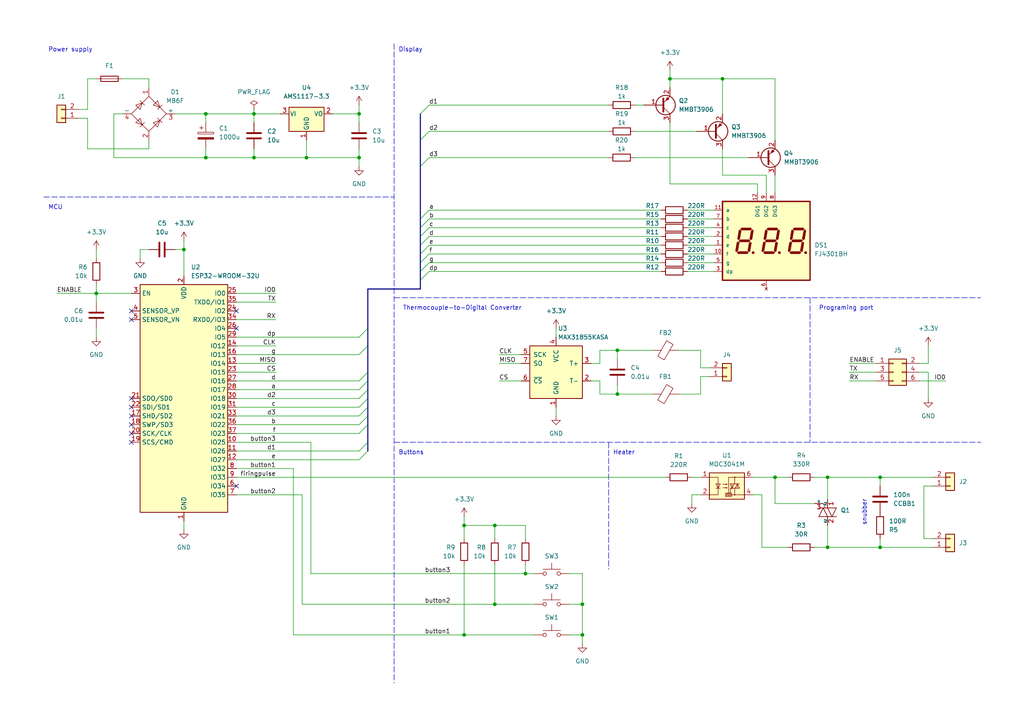
<source format=kicad_sch>
(kicad_sch (version 20231120) (generator "eeschema") (generator_version "8.0")
  (paper "A4")
  (title_block (title "Reflow946") (date "2022-09-23") (rev "1.1") (company "Arnaud Durand"))
  (lib_symbols
    (symbol "Connector_Generic:Conn_01x02" (pin_names (offset 1.016) hide)
      (property "Reference" "J" (at 0 2.54 0))
      (property "Value" "Conn_01x02" (at 0 -5.08 0))
      (symbol "Conn_01x02_1_1"
        (pin passive line (at -5.08 0 0) (length 3.81) (name "Pin_1") (number "1"))
        (pin passive line (at -5.08 -2.54 0) (length 3.81) (name "Pin_2") (number "2"))
      )
    )
    (symbol "Connector_Generic:Conn_02x03_Odd_Even" (pin_names (offset 1.016) hide)
      (property "Reference" "J" (at 1.27 5.08 0))
      (property "Value" "Conn_02x03_Odd_Even" (at 1.27 -5.08 0))
      (symbol "Conn_02x03_Odd_Even_1_1"
        (pin passive line (at -5.08 2.54 0) (length 3.81) (name "Pin_1") (number "1"))
        (pin passive line (at 7.62 2.54 180) (length 3.81) (name "Pin_2") (number "2"))
        (pin passive line (at -5.08 0 0) (length 3.81) (name "Pin_3") (number "3"))
        (pin passive line (at 7.62 0 180) (length 3.81) (name "Pin_4") (number "4"))
        (pin passive line (at -5.08 -2.54 0) (length 3.81) (name "Pin_5") (number "5"))
        (pin passive line (at 7.62 -2.54 180) (length 3.81) (name "Pin_6") (number "6"))
      )
    )
    (symbol "Device:C" (pin_numbers hide) (pin_names (offset 0.254))
      (property "Reference" "C" (at 0.635 2.54 0))
      (property "Value" "C" (at 0.635 -2.54 0))
      (symbol "C_1_1"
        (pin passive line (at 0 3.81 270) (length 2.794) (name "~") (number "1"))
        (pin passive line (at 0 -3.81 90) (length 2.794) (name "~") (number "2"))
      )
    )
    (symbol "Device:C_Polarized" (pin_numbers hide) (pin_names (offset 0.254))
      (property "Reference" "C" (at 0.635 2.54 0))
      (property "Value" "C_Polarized" (at 0.635 -2.54 0))
      (symbol "C_Polarized_1_1"
        (pin passive line (at 0 3.81 270) (length 2.794) (name "~") (number "1"))
        (pin passive line (at 0 -3.81 90) (length 2.794) (name "~") (number "2"))
      )
    )
    (symbol "Device:FerriteBead" (pin_numbers hide) (pin_names (offset 0))
      (property "Reference" "FB" (at -3.81 0.635 90))
      (property "Value" "FerriteBead" (at 3.81 0 90))
      (symbol "FerriteBead_1_1"
        (pin passive line (at 0 3.81 270) (length 2.54) (name "~") (number "1"))
        (pin passive line (at 0 -3.81 90) (length 2.54) (name "~") (number "2"))
      )
    )
    (symbol "Device:Fuse" (pin_numbers hide) (pin_names (offset 0))
      (property "Reference" "F" (at 2.032 0 90))
      (property "Value" "Fuse" (at -1.905 0 90))
      (symbol "Fuse_1_1"
        (pin passive line (at 0 3.81 270) (length 1.27) (name "~") (number "1"))
        (pin passive line (at 0 -3.81 90) (length 1.27) (name "~") (number "2"))
      )
    )
    (symbol "Device:R" (pin_numbers hide) (pin_names (offset 0))
      (property "Reference" "R" (at 2.032 0 90))
      (property "Value" "R" (at 0 0 90))
      (symbol "R_1_1"
        (pin passive line (at 0 3.81 270) (length 1.27) (name "~") (number "1"))
        (pin passive line (at 0 -3.81 90) (length 1.27) (name "~") (number "2"))
      )
    )
    (symbol "RF_Module:ESP32-WROOM-32U"
      (property "Reference" "U" (at -12.7 34.29 0))
      (property "Value" "ESP32-WROOM-32U" (at 1.27 34.29 0))
      (symbol "ESP32-WROOM-32U_1_1"
        (pin power_in line (at 0 -35.56 90) (length 2.54) (name "GND") (number "1"))
        (pin bidirectional line (at 15.24 -12.7 180) (length 2.54) (name "IO25") (number "10"))
        (pin bidirectional line (at 15.24 -15.24 180) (length 2.54) (name "IO26") (number "11"))
        (pin bidirectional line (at 15.24 -17.78 180) (length 2.54) (name "IO27") (number "12"))
        (pin bidirectional line (at 15.24 10.16 180) (length 2.54) (name "IO14") (number "13"))
        (pin bidirectional line (at 15.24 15.24 180) (length 2.54) (name "IO12") (number "14"))
        (pin passive line (at 0 -35.56 90) (length 2.54) hide (name "GND") (number "15"))
        (pin bidirectional line (at 15.24 12.7 180) (length 2.54) (name "IO13") (number "16"))
        (pin bidirectional line (at -15.24 -5.08 0) (length 2.54) (name "SHD/SD2") (number "17"))
        (pin bidirectional line (at -15.24 -7.62 0) (length 2.54) (name "SWP/SD3") (number "18"))
        (pin bidirectional line (at -15.24 -12.7 0) (length 2.54) (name "SCS/CMD") (number "19"))
        (pin power_in line (at 0 35.56 270) (length 2.54) (name "VDD") (number "2"))
        (pin bidirectional line (at -15.24 -10.16 0) (length 2.54) (name "SCK/CLK") (number "20"))
        (pin bidirectional line (at -15.24 0 0) (length 2.54) (name "SDO/SD0") (number "21"))
        (pin bidirectional line (at -15.24 -2.54 0) (length 2.54) (name "SDI/SD1") (number "22"))
        (pin bidirectional line (at 15.24 7.62 180) (length 2.54) (name "IO15") (number "23"))
        (pin bidirectional line (at 15.24 25.4 180) (length 2.54) (name "IO2") (number "24"))
        (pin bidirectional line (at 15.24 30.48 180) (length 2.54) (name "IO0") (number "25"))
        (pin bidirectional line (at 15.24 20.32 180) (length 2.54) (name "IO4") (number "26"))
        (pin bidirectional line (at 15.24 5.08 180) (length 2.54) (name "IO16") (number "27"))
        (pin bidirectional line (at 15.24 2.54 180) (length 2.54) (name "IO17") (number "28"))
        (pin bidirectional line (at 15.24 17.78 180) (length 2.54) (name "IO5") (number "29"))
        (pin input line (at -15.24 30.48 0) (length 2.54) (name "EN") (number "3"))
        (pin bidirectional line (at 15.24 0 180) (length 2.54) (name "IO18") (number "30"))
        (pin bidirectional line (at 15.24 -2.54 180) (length 2.54) (name "IO19") (number "31"))
        (pin no_connect line (at -12.7 -27.94 0) (length 2.54) hide (name "NC") (number "32"))
        (pin bidirectional line (at 15.24 -5.08 180) (length 2.54) (name "IO21") (number "33"))
        (pin bidirectional line (at 15.24 22.86 180) (length 2.54) (name "RXD0/IO3") (number "34"))
        (pin bidirectional line (at 15.24 27.94 180) (length 2.54) (name "TXD0/IO1") (number "35"))
        (pin bidirectional line (at 15.24 -7.62 180) (length 2.54) (name "IO22") (number "36"))
        (pin bidirectional line (at 15.24 -10.16 180) (length 2.54) (name "IO23") (number "37"))
        (pin passive line (at 0 -35.56 90) (length 2.54) hide (name "GND") (number "38"))
        (pin passive line (at 0 -35.56 90) (length 2.54) hide (name "GND") (number "39"))
        (pin input line (at -15.24 25.4 0) (length 2.54) (name "SENSOR_VP") (number "4"))
        (pin input line (at -15.24 22.86 0) (length 2.54) (name "SENSOR_VN") (number "5"))
        (pin input line (at 15.24 -25.4 180) (length 2.54) (name "IO34") (number "6"))
        (pin input line (at 15.24 -27.94 180) (length 2.54) (name "IO35") (number "7"))
        (pin bidirectional line (at 15.24 -20.32 180) (length 2.54) (name "IO32") (number "8"))
        (pin bidirectional line (at 15.24 -22.86 180) (length 2.54) (name "IO33") (number "9"))
      )
    )
    (symbol "Regulator_Linear:AMS1117-3.3" (pin_names (offset 0.254))
      (property "Reference" "U" (at -3.81 3.175 0))
      (property "Value" "AMS1117-3.3" (at 0 3.175 0))
      (symbol "AMS1117-3.3_1_1"
        (pin power_in line (at 0 -7.62 90) (length 2.54) (name "GND") (number "1"))
        (pin power_out line (at 7.62 0 180) (length 2.54) (name "VO") (number "2"))
        (pin power_in line (at -7.62 0 0) (length 2.54) (name "VI") (number "3"))
      )
    )
    (symbol "Relay_SolidState:MOC3041M"
      (property "Reference" "U" (at -5.08 5.08 0))
      (property "Value" "MOC3041M" (at 0 5.08 0))
      (symbol "MOC3041M_0_0"
        (text "ZCD" (at 0.508 -2.54 0) (effects (font (size 0.508 0.508))))
      )
      (symbol "MOC3041M_1_1"
        (pin passive line (at -7.62 2.54 0) (length 2.54) (name "~") (number "1"))
        (pin passive line (at -7.62 -2.54 0) (length 2.54) (name "~") (number "2"))
        (pin no_connect line (at -5.08 0 0) (length 2.54) hide (name "NC") (number "3"))
        (pin passive line (at 7.62 -2.54 180) (length 2.54) (name "~") (number "4"))
        (pin no_connect line (at 5.08 0 180) (length 2.54) hide (name "NC") (number "5"))
        (pin passive line (at 7.62 2.54 180) (length 2.54) (name "~") (number "6"))
      )
    )
    (symbol "Sensor_Temperature:MAX31855KASA" (pin_names (offset 1.016))
      (property "Reference" "U" (at -7.62 8.89 0))
      (property "Value" "MAX31855KASA" (at 1.27 8.89 0))
      (symbol "MAX31855KASA_1_1"
        (pin power_in line (at 0 -10.16 90) (length 2.54) (name "GND") (number "1"))
        (pin passive line (at -10.16 -2.54 0) (length 2.54) (name "T-") (number "2"))
        (pin passive line (at -10.16 2.54 0) (length 2.54) (name "T+") (number "3"))
        (pin power_in line (at 0 10.16 270) (length 2.54) (name "VCC") (number "4"))
        (pin input line (at 10.16 5.08 180) (length 2.54) (name "SCK") (number "5"))
        (pin input line (at 10.16 -2.54 180) (length 2.54) (name "~{CS}") (number "6"))
        (pin tri_state line (at 10.16 2.54 180) (length 2.54) (name "SO") (number "7"))
      )
    )
    (symbol "Switch:SW_Push" (pin_numbers hide) (pin_names (offset 1.016) hide)
      (property "Reference" "SW" (at 1.27 2.54 0))
      (property "Value" "SW_Push" (at 0 -1.524 0))
      (symbol "SW_Push_0_1"
        (pin passive line (at -5.08 0 0) (length 2.54) (name "1") (number "1"))
        (pin passive line (at 5.08 0 180) (length 2.54) (name "2") (number "2"))
      )
    )
    (symbol "Transistor_BJT:MMBT3906" (pin_names (offset 0) hide)
      (property "Reference" "Q" (at 5.08 1.905 0))
      (property "Value" "MMBT3906" (at 5.08 0 0))
      (symbol "MMBT3906_1_1"
        (pin input line (at -5.08 0 0) (length 5.715) (name "B") (number "1"))
        (pin passive line (at 2.54 -5.08 90) (length 2.54) (name "E") (number "2"))
        (pin passive line (at 2.54 5.08 270) (length 2.54) (name "C") (number "3"))
      )
    )
    (symbol "Triac_Thyristor:BTA16-600B" (pin_names (offset 0))
      (property "Reference" "Q" (at 5.08 1.905 0))
      (property "Value" "BTA16-600B" (at 5.08 0 0))
      (symbol "BTA16-600B_1_1"
        (pin passive line (at 0 -3.81 90) (length 2.54) (name "A1") (number "1"))
        (pin passive line (at 0 3.81 270) (length 2.54) (name "A2") (number "2"))
        (pin input line (at -3.81 -2.54 0) (length 2.54) (name "G") (number "3"))
      )
    )
    (symbol "power:+3.3V" (power) (pin_names (offset 0))
      (property "Value" "+3.3V" (at 0 3.556 0))
      (symbol "+3.3V_1_1"
        (pin power_in line (at 0 0 90) (length 0) hide (name "+3.3V") (number "1"))
      )
    )
    (symbol "power:GND" (power) (pin_names (offset 0))
      (property "Value" "GND" (at 0 -3.81 0))
      (symbol "GND_1_1"
        (pin power_in line (at 0 0 270) (length 0) hide (name "GND") (number "1"))
      )
    )
    (symbol "power:PWR_FLAG" (power) (pin_numbers hide) (pin_names (offset 0) hide)
      (property "Value" "PWR_FLAG" (at 0 3.81 0))
      (symbol "PWR_FLAG_0_0"
        (pin power_out line (at 0 0 90) (length 0) (name "pwr") (number "1"))
      )
    )
    (symbol "reflow946:FJ4301BH" (pin_names (offset 1.016))
      (property "Reference" "DS" (at 13.97 8.89 0))
      (symbol "FJ4301BH_0_0"
        (pin passive line (at -15.24 -1.27 0) (length 2.54) (name "e") (number "1"))
        (pin passive line (at -15.24 -3.81 0) (length 2.54) (name "f") (number "10"))
        (pin passive line (at -15.24 8.89 0) (length 2.54) (name "a") (number "11"))
        (pin passive line (at -2.54 13.97 270) (length 2.54) (name "DIG1") (number "12"))
        (pin passive line (at -15.24 1.27 0) (length 2.54) (name "d") (number "2"))
        (pin passive line (at -15.24 -8.89 0) (length 2.54) (name "dp") (number "3"))
        (pin passive line (at -15.24 3.81 0) (length 2.54) (name "c") (number "4"))
        (pin passive line (at -15.24 -6.35 0) (length 2.54) (name "g") (number "5"))
        (pin no_connect line (at 0 -13.97 90) (length 2.54) (name "~") (number "6"))
        (pin passive line (at -15.24 6.35 0) (length 2.54) (name "b") (number "7"))
        (pin passive line (at 2.54 13.97 270) (length 2.54) (name "DIG3") (number "8"))
        (pin passive line (at 0 13.97 270) (length 2.54) (name "DIG2") (number "9"))
      )
    )
    (symbol "reflow946:MB6F" (pin_names (offset 0))
      (property "Reference" "D" (at 2.54 6.985 0))
      (property "Value" "MB6F" (at 2.54 5.08 0))
      (symbol "MB6F_1_1"
        (pin passive line (at 0 -7.62 90) (length 2.54) (name "~") (number "1"))
        (pin passive line (at 0 7.62 270) (length 2.54) (name "~") (number "2"))
        (pin passive line (at 7.62 0 180) (length 2.54) (name "+") (number "3"))
        (pin passive line (at -7.62 0 0) (length 2.54) (name "-") (number "4"))
      )
    )
  )
  (junction (at 134.62 184.15))
  (junction (at 134.62 152.4))
  (junction (at 73.66 33.02))
  (junction (at 143.51 175.26))
  (junction (at 179.07 101.6))
  (junction (at 53.34 72.39))
  (junction (at 255.27 158.75))
  (junction (at 224.79 138.43))
  (junction (at 59.69 45.72))
  (junction (at 240.03 158.75))
  (junction (at 88.9 45.72))
  (junction (at 104.14 45.72))
  (junction (at 27.94 85.09))
  (junction (at 152.4 166.37))
  (junction (at 209.55 22.86))
  (junction (at 104.14 33.02))
  (junction (at 168.91 175.26))
  (junction (at 194.31 22.86))
  (junction (at 143.51 152.4))
  (junction (at 179.07 114.3))
  (junction (at 59.69 33.02))
  (junction (at 168.91 184.15))
  (junction (at 73.66 45.72))
  (junction (at 240.03 138.43))
  (junction (at 255.27 138.43))
  (no_connect (at 68.58 90.17))
  (no_connect (at 68.58 95.25))
  (no_connect (at 68.58 140.97))
  (no_connect (at 38.1 120.65))
  (no_connect (at 38.1 128.27))
  (no_connect (at 38.1 125.73))
  (no_connect (at 38.1 115.57))
  (no_connect (at 38.1 123.19))
  (no_connect (at 38.1 118.11))
  (no_connect (at 38.1 90.17))
  (no_connect (at 38.1 92.71))
  (bus_entry (at 124.46 71.12) (size -2.54 2.54))
  (bus_entry (at 104.14 115.57) (size 2.54 -2.54))
  (bus_entry (at 104.14 97.79) (size 2.54 -2.54))
  (bus_entry (at 104.14 125.73) (size 2.54 -2.54))
  (bus_entry (at 104.14 110.49) (size 2.54 -2.54))
  (bus_entry (at 124.46 38.1) (size -2.54 2.54))
  (bus_entry (at 124.46 68.58) (size -2.54 2.54))
  (bus_entry (at 124.46 78.74) (size -2.54 2.54))
  (bus_entry (at 104.14 133.35) (size 2.54 -2.54))
  (bus_entry (at 124.46 45.72) (size -2.54 2.54))
  (bus_entry (at 124.46 76.2) (size -2.54 2.54))
  (bus_entry (at 124.46 30.48) (size -2.54 2.54))
  (bus_entry (at 104.14 113.03) (size 2.54 -2.54))
  (bus_entry (at 104.14 118.11) (size 2.54 -2.54))
  (bus_entry (at 124.46 63.5) (size -2.54 2.54))
  (bus_entry (at 104.14 120.65) (size 2.54 -2.54))
  (bus_entry (at 104.14 123.19) (size 2.54 -2.54))
  (bus_entry (at 124.46 66.04) (size -2.54 2.54))
  (bus_entry (at 104.14 102.87) (size 2.54 -2.54))
  (bus_entry (at 104.14 130.81) (size 2.54 -2.54))
  (bus_entry (at 124.46 60.96) (size -2.54 2.54))
  (bus_entry (at 124.46 73.66) (size -2.54 2.54))
  (bus (pts (xy 121.92 76.2) (xy 121.92 78.74)))
  (bus (pts (xy 106.68 123.19) (xy 106.68 128.27)))
  (wire (pts (xy 255.27 138.43) (xy 255.27 140.97)))
  (polyline (pts (xy 114.3 128.27) (xy 284.48 128.27)) (stroke (width 0) (type dash)))
  (wire (pts (xy 205.74 106.68) (xy 203.2 106.68)))
  (wire (pts (xy 179.07 101.6) (xy 189.23 101.6)))
  (wire (pts (xy 267.97 156.21) (xy 270.51 156.21)))
  (wire (pts (xy 200.66 143.51) (xy 200.66 146.05)))
  (wire (pts (xy 224.79 50.8) (xy 224.79 55.88)))
  (bus (pts (xy 106.68 115.57) (xy 106.68 118.11)))
  (wire (pts (xy 27.94 72.39) (xy 27.94 74.93)))
  (bus (pts (xy 106.68 83.82) (xy 106.68 95.25)))
  (wire (pts (xy 68.58 128.27) (xy 90.17 128.27)))
  (wire (pts (xy 124.46 71.12) (xy 191.77 71.12)))
  (wire (pts (xy 134.62 184.15) (xy 85.09 184.15)))
  (wire (pts (xy 40.64 72.39) (xy 43.18 72.39)))
  (wire (pts (xy 27.94 82.55) (xy 27.94 85.09)))
  (wire (pts (xy 196.85 114.3) (xy 203.2 114.3)))
  (wire (pts (xy 224.79 146.05) (xy 236.22 146.05)))
  (wire (pts (xy 25.4 43.18) (xy 43.18 43.18)))
  (wire (pts (xy 85.09 135.89) (xy 85.09 184.15)))
  (wire (pts (xy 152.4 166.37) (xy 152.4 163.83)))
  (wire (pts (xy 168.91 175.26) (xy 168.91 184.15)))
  (wire (pts (xy 124.46 73.66) (xy 191.77 73.66)))
  (wire (pts (xy 143.51 152.4) (xy 143.51 156.21)))
  (wire (pts (xy 87.63 175.26) (xy 87.63 143.51)))
  (wire (pts (xy 104.14 35.56) (xy 104.14 33.02)))
  (wire (pts (xy 199.39 68.58) (xy 207.01 68.58)))
  (wire (pts (xy 184.15 30.48) (xy 186.69 30.48)))
  (polyline (pts (xy 234.95 86.36) (xy 234.95 128.27)) (stroke (width 0) (type dash)))
  (wire (pts (xy 53.34 72.39) (xy 53.34 80.01)))
  (wire (pts (xy 203.2 106.68) (xy 203.2 101.6)))
  (wire (pts (xy 68.58 135.89) (xy 85.09 135.89)))
  (polyline (pts (xy 114.3 86.36) (xy 284.48 86.36)) (stroke (width 0) (type dash)))
  (wire (pts (xy 134.62 149.86) (xy 134.62 152.4)))
  (wire (pts (xy 199.39 78.74) (xy 207.01 78.74)))
  (wire (pts (xy 124.46 78.74) (xy 191.77 78.74)))
  (wire (pts (xy 104.14 45.72) (xy 88.9 45.72)))
  (bus (pts (xy 121.92 83.82) (xy 121.92 81.28)))
  (wire (pts (xy 269.24 107.95) (xy 269.24 115.57)))
  (wire (pts (xy 266.7 110.49) (xy 274.32 110.49)))
  (wire (pts (xy 267.97 156.21) (xy 267.97 140.97)))
  (wire (pts (xy 68.58 133.35) (xy 104.14 133.35)))
  (wire (pts (xy 184.15 38.1) (xy 201.93 38.1)))
  (wire (pts (xy 27.94 85.09) (xy 27.94 87.63)))
  (wire (pts (xy 68.58 123.19) (xy 104.14 123.19)))
  (wire (pts (xy 143.51 152.4) (xy 134.62 152.4)))
  (wire (pts (xy 236.22 138.43) (xy 240.03 138.43)))
  (bus (pts (xy 121.92 71.12) (xy 121.92 73.66)))
  (bus (pts (xy 106.68 95.25) (xy 106.68 100.33)))
  (wire (pts (xy 199.39 63.5) (xy 207.01 63.5)))
  (wire (pts (xy 104.14 45.72) (xy 104.14 48.26)))
  (wire (pts (xy 255.27 158.75) (xy 270.51 158.75)))
  (wire (pts (xy 59.69 35.56) (xy 59.69 33.02)))
  (wire (pts (xy 219.71 53.34) (xy 219.71 55.88)))
  (wire (pts (xy 154.94 184.15) (xy 134.62 184.15)))
  (polyline (pts (xy 114.3 12.7) (xy 114.3 198.12)) (stroke (width 0) (type dash)))
  (wire (pts (xy 68.58 130.81) (xy 104.14 130.81)))
  (wire (pts (xy 68.58 143.51) (xy 87.63 143.51)))
  (wire (pts (xy 165.1 166.37) (xy 168.91 166.37)))
  (wire (pts (xy 68.58 102.87) (xy 104.14 102.87)))
  (wire (pts (xy 43.18 22.86) (xy 43.18 25.4)))
  (wire (pts (xy 179.07 111.76) (xy 179.07 114.3)))
  (wire (pts (xy 124.46 38.1) (xy 176.53 38.1)))
  (bus (pts (xy 121.92 78.74) (xy 121.92 81.28)))
  (wire (pts (xy 124.46 76.2) (xy 191.77 76.2)))
  (wire (pts (xy 68.58 105.41) (xy 80.01 105.41)))
  (wire (pts (xy 222.25 50.8) (xy 222.25 55.88)))
  (wire (pts (xy 179.07 101.6) (xy 179.07 104.14)))
  (wire (pts (xy 154.94 175.26) (xy 143.51 175.26)))
  (wire (pts (xy 40.64 74.93) (xy 40.64 72.39)))
  (wire (pts (xy 33.02 45.72) (xy 59.69 45.72)))
  (wire (pts (xy 124.46 68.58) (xy 191.77 68.58)))
  (wire (pts (xy 104.14 30.48) (xy 104.14 33.02)))
  (wire (pts (xy 35.56 33.02) (xy 33.02 33.02)))
  (wire (pts (xy 224.79 138.43) (xy 224.79 146.05)))
  (wire (pts (xy 196.85 101.6) (xy 203.2 101.6)))
  (wire (pts (xy 266.7 107.95) (xy 269.24 107.95)))
  (wire (pts (xy 161.29 95.25) (xy 161.29 97.79)))
  (wire (pts (xy 199.39 73.66) (xy 207.01 73.66)))
  (wire (pts (xy 209.55 43.18) (xy 209.55 50.8)))
  (wire (pts (xy 27.94 95.25) (xy 27.94 97.79)))
  (bus (pts (xy 121.92 33.02) (xy 121.92 40.64)))
  (wire (pts (xy 50.8 72.39) (xy 53.34 72.39)))
  (wire (pts (xy 68.58 87.63) (xy 80.01 87.63)))
  (wire (pts (xy 73.66 33.02) (xy 73.66 35.56)))
  (polyline (pts (xy 12.7 57.15) (xy 114.3 57.15)) (stroke (width 0) (type dash)))
  (wire (pts (xy 168.91 166.37) (xy 168.91 175.26)))
  (wire (pts (xy 246.38 105.41) (xy 254 105.41)))
  (wire (pts (xy 218.44 138.43) (xy 224.79 138.43)))
  (wire (pts (xy 220.98 158.75) (xy 228.6 158.75)))
  (wire (pts (xy 144.78 105.41) (xy 151.13 105.41)))
  (wire (pts (xy 81.28 33.02) (xy 73.66 33.02)))
  (wire (pts (xy 203.2 109.22) (xy 203.2 114.3)))
  (wire (pts (xy 59.69 43.18) (xy 59.69 45.72)))
  (wire (pts (xy 228.6 138.43) (xy 224.79 138.43)))
  (wire (pts (xy 199.39 76.2) (xy 207.01 76.2)))
  (wire (pts (xy 68.58 107.95) (xy 80.01 107.95)))
  (wire (pts (xy 173.99 101.6) (xy 179.07 101.6)))
  (wire (pts (xy 236.22 158.75) (xy 240.03 158.75)))
  (bus (pts (xy 106.68 100.33) (xy 106.68 107.95)))
  (wire (pts (xy 68.58 92.71) (xy 80.01 92.71)))
  (wire (pts (xy 73.66 31.75) (xy 73.66 33.02)))
  (wire (pts (xy 154.94 166.37) (xy 152.4 166.37)))
  (wire (pts (xy 144.78 110.49) (xy 151.13 110.49)))
  (wire (pts (xy 25.4 22.86) (xy 27.94 22.86)))
  (wire (pts (xy 194.31 35.56) (xy 194.31 53.34)))
  (wire (pts (xy 68.58 97.79) (xy 104.14 97.79)))
  (wire (pts (xy 205.74 109.22) (xy 203.2 109.22)))
  (wire (pts (xy 267.97 140.97) (xy 270.51 140.97)))
  (wire (pts (xy 22.86 31.75) (xy 25.4 31.75)))
  (wire (pts (xy 25.4 31.75) (xy 25.4 22.86)))
  (wire (pts (xy 209.55 22.86) (xy 194.31 22.86)))
  (wire (pts (xy 53.34 151.13) (xy 53.34 153.67)))
  (bus (pts (xy 121.92 48.26) (xy 121.92 63.5)))
  (wire (pts (xy 134.62 156.21) (xy 134.62 152.4)))
  (bus (pts (xy 121.92 66.04) (xy 121.92 68.58)))
  (wire (pts (xy 59.69 33.02) (xy 73.66 33.02)))
  (wire (pts (xy 224.79 40.64) (xy 224.79 22.86)))
  (wire (pts (xy 22.86 34.29) (xy 25.4 34.29)))
  (bus (pts (xy 106.68 83.82) (xy 121.92 83.82)))
  (wire (pts (xy 240.03 152.4) (xy 240.03 158.75)))
  (wire (pts (xy 35.56 22.86) (xy 43.18 22.86)))
  (wire (pts (xy 194.31 22.86) (xy 194.31 25.4)))
  (bus (pts (xy 106.68 113.03) (xy 106.68 115.57)))
  (wire (pts (xy 173.99 105.41) (xy 173.99 101.6)))
  (wire (pts (xy 168.91 175.26) (xy 165.1 175.26)))
  (wire (pts (xy 152.4 156.21) (xy 152.4 152.4)))
  (bus (pts (xy 106.68 118.11) (xy 106.68 120.65)))
  (wire (pts (xy 25.4 34.29) (xy 25.4 43.18)))
  (wire (pts (xy 269.24 105.41) (xy 266.7 105.41)))
  (bus (pts (xy 121.92 40.64) (xy 121.92 48.26)))
  (bus (pts (xy 121.92 73.66) (xy 121.92 76.2)))
  (wire (pts (xy 199.39 60.96) (xy 207.01 60.96)))
  (wire (pts (xy 173.99 110.49) (xy 173.99 114.3)))
  (wire (pts (xy 173.99 114.3) (xy 179.07 114.3)))
  (wire (pts (xy 104.14 43.18) (xy 104.14 45.72)))
  (wire (pts (xy 246.38 107.95) (xy 254 107.95)))
  (wire (pts (xy 16.51 85.09) (xy 27.94 85.09)))
  (wire (pts (xy 124.46 66.04) (xy 191.77 66.04)))
  (wire (pts (xy 194.31 53.34) (xy 219.71 53.34)))
  (wire (pts (xy 179.07 114.3) (xy 189.23 114.3)))
  (wire (pts (xy 143.51 175.26) (xy 87.63 175.26)))
  (wire (pts (xy 171.45 105.41) (xy 173.99 105.41)))
  (wire (pts (xy 90.17 166.37) (xy 90.17 128.27)))
  (wire (pts (xy 199.39 71.12) (xy 207.01 71.12)))
  (wire (pts (xy 68.58 110.49) (xy 104.14 110.49)))
  (wire (pts (xy 68.58 115.57) (xy 104.14 115.57)))
  (wire (pts (xy 68.58 100.33) (xy 80.01 100.33)))
  (wire (pts (xy 209.55 50.8) (xy 222.25 50.8)))
  (wire (pts (xy 124.46 60.96) (xy 191.77 60.96)))
  (wire (pts (xy 218.44 143.51) (xy 220.98 143.51)))
  (wire (pts (xy 203.2 143.51) (xy 200.66 143.51)))
  (wire (pts (xy 161.29 118.11) (xy 161.29 120.65)))
  (wire (pts (xy 88.9 45.72) (xy 88.9 40.64)))
  (wire (pts (xy 152.4 152.4) (xy 143.51 152.4)))
  (wire (pts (xy 168.91 184.15) (xy 168.91 186.69)))
  (wire (pts (xy 240.03 144.78) (xy 240.03 138.43)))
  (wire (pts (xy 199.39 66.04) (xy 207.01 66.04)))
  (wire (pts (xy 68.58 85.09) (xy 80.01 85.09)))
  (wire (pts (xy 68.58 125.73) (xy 104.14 125.73)))
  (wire (pts (xy 255.27 158.75) (xy 255.27 156.21)))
  (wire (pts (xy 224.79 22.86) (xy 209.55 22.86)))
  (wire (pts (xy 269.24 100.33) (xy 269.24 105.41)))
  (bus (pts (xy 121.92 63.5) (xy 121.92 66.04)))
  (wire (pts (xy 200.66 138.43) (xy 203.2 138.43)))
  (wire (pts (xy 124.46 45.72) (xy 176.4766 45.72)))
  (wire (pts (xy 255.27 138.43) (xy 270.51 138.43)))
  (wire (pts (xy 124.46 30.48) (xy 176.53 30.48)))
  (wire (pts (xy 144.78 102.87) (xy 151.13 102.87)))
  (wire (pts (xy 43.18 43.18) (xy 43.18 40.64)))
  (bus (pts (xy 106.68 107.95) (xy 106.68 110.49)))
  (wire (pts (xy 68.58 113.03) (xy 104.14 113.03)))
  (wire (pts (xy 220.98 143.51) (xy 220.98 158.75)))
  (wire (pts (xy 104.14 33.02) (xy 96.52 33.02)))
  (wire (pts (xy 59.69 45.72) (xy 73.66 45.72)))
  (wire (pts (xy 194.31 20.32) (xy 194.31 22.86)))
  (wire (pts (xy 240.03 138.43) (xy 255.27 138.43)))
  (wire (pts (xy 68.58 138.43) (xy 193.04 138.43)))
  (wire (pts (xy 134.62 184.15) (xy 134.62 163.83)))
  (wire (pts (xy 171.45 110.49) (xy 173.99 110.49)))
  (wire (pts (xy 27.94 85.09) (xy 38.1 85.09)))
  (wire (pts (xy 124.46 63.5) (xy 191.77 63.5)))
  (wire (pts (xy 168.91 184.15) (xy 165.1 184.15)))
  (wire (pts (xy 68.58 120.65) (xy 104.14 120.65)))
  (wire (pts (xy 73.66 45.72) (xy 88.9 45.72)))
  (wire (pts (xy 68.58 118.11) (xy 104.14 118.11)))
  (bus (pts (xy 106.68 110.49) (xy 106.68 113.03)))
  (wire (pts (xy 240.03 158.75) (xy 255.27 158.75)))
  (wire (pts (xy 73.66 43.18) (xy 73.66 45.72)))
  (wire (pts (xy 184.0966 45.72) (xy 217.17 45.72)))
  (polyline (pts (xy 176.53 128.27) (xy 176.53 165.1)) (stroke (width 0) (type dash)))
  (wire (pts (xy 246.38 110.49) (xy 254 110.49)))
  (wire (pts (xy 209.55 33.02) (xy 209.55 22.86)))
  (wire (pts (xy 90.17 166.37) (xy 152.4 166.37)))
  (wire (pts (xy 50.8 33.02) (xy 59.69 33.02)))
  (wire (pts (xy 33.02 33.02) (xy 33.02 45.72)))
  (wire (pts (xy 53.34 69.85) (xy 53.34 72.39)))
  (wire (pts (xy 143.51 163.83) (xy 143.51 175.26)))
  (bus (pts (xy 106.68 128.27) (xy 106.68 130.81)))
  (bus (pts (xy 121.92 68.58) (xy 121.92 71.12)))
  (bus (pts (xy 106.68 120.65) (xy 106.68 123.19)))
  (text "Power supply" (at 13.97 15.24 0) (effects (font (size 1.27 1.27)) (justify left bottom)))
  (text "Programing port" (at 237.49 90.17 0) (effects (font (size 1.27 1.27)) (justify left bottom)))
  (text "Thermocouple-to-Digital Converter" (at 116.84 90.17 0) (effects (font (size 1.27 1.27)) (justify left bottom)))
  (text "snubber" (at 251.46 144.78 90) (effects (font (size 1.27 1.27)) (justify right bottom)))
  (text "MCU" (at 13.97 60.96 0) (effects (font (size 1.27 1.27)) (justify left bottom)))
  (text "Heater" (at 177.8 132.08 0) (effects (font (size 1.27 1.27)) (justify left bottom)))
  (text "Display" (at 115.57 15.24 0) (effects (font (size 1.27 1.27)) (justify left bottom)))
  (text "Buttons" (at 115.57 132.08 0) (effects (font (size 1.27 1.27)) (justify left bottom)))
  (label "d" (at 80.01 110.49 180))
  (label "CLK" (at 144.78 102.87 0))
  (label "dp" (at 77.47 97.79 0))
  (label "d3" (at 124.46 45.72 0))
  (label "button3" (at 123.19 166.37 0))
  (label "button2" (at 80.01 143.51 180))
  (label "c" (at 80.01 118.11 180))
  (label "c" (at 124.46 66.04 0))
  (label "a" (at 124.46 60.96 0))
  (label "TX" (at 246.38 107.95 0))
  (label "CS" (at 80.01 107.95 180))
  (label "RX" (at 80.01 92.71 180))
  (label "ENABLE" (at 246.38 105.41 0))
  (label "e" (at 124.46 71.12 0))
  (label "ENABLE" (at 16.51 85.09 0))
  (label "firingpulse" (at 80.01 138.43 180))
  (label "d" (at 124.46 68.58 0))
  (label "dp" (at 124.46 78.74 0))
  (label "g" (at 80.01 102.87 180))
  (label "IO0" (at 80.01 85.09 180))
  (label "button1" (at 123.19 184.15 0))
  (label "d1" (at 124.46 30.48 0))
  (label "CS" (at 144.78 110.49 0))
  (label "CLK" (at 80.01 100.33 180))
  (label "MISO" (at 80.01 105.41 180))
  (label "d3" (at 80.01 120.65 180))
  (label "button3" (at 80.01 128.27 180))
  (label "f" (at 80.01 125.73 180))
  (label "MISO" (at 144.78 105.41 0))
  (label "a" (at 80.01 113.03 180))
  (label "d2" (at 80.01 115.57 180))
  (label "IO0" (at 274.32 110.49 180))
  (label "f" (at 124.46 73.66 0))
  (label "TX" (at 80.01 87.63 180))
  (label "button2" (at 123.19 175.26 0))
  (label "d2" (at 124.46 38.1 0))
  (label "RX" (at 246.38 110.49 0))
  (label "b" (at 80.01 123.19 180))
  (label "b" (at 124.46 63.5 0))
  (label "e" (at 80.01 133.35 180))
  (label "button1" (at 80.01 135.89 180))
  (label "d1" (at 80.01 130.81 180))
  (label "g" (at 124.46 76.2 0))
  (symbol (lib_id "Device:C") (at 46.99 72.39 90) (unit 1)
    (property "Reference" "C5" (at 46.99 64.77 90))
    (property "Value" "10u" (at 46.99 67.31 90))
    (property "Footprint" "Capacitor_SMD:C_0805_2012Metric_Pad1.18x1.45mm_HandSolder" (effects (hide yes)))
  )
  (symbol (lib_id "Regulator_Linear:AMS1117-3.3") (at 88.9 33.02 0) (unit 1)
    (property "Reference" "U4" (at 88.9 25.4 0))
    (property "Value" "AMS1117-3.3" (at 88.9 27.94 0))
    (property "Footprint" "Package_TO_SOT_SMD:SOT-223-3_TabPin2" (effects (hide yes)))
    (property "Datasheet" "http://www.advanced-monolithic.com/pdf/ds1117.pdf" (effects (hide yes)))
    (property "LCSC Part #" "C6186" (effects (hide yes)))
    (property "Part Number" "AMS1117-3.3" (effects (hide yes)))
  )
  (symbol (lib_id "power:GND") (at 104.14 48.26 0) (unit 1)
    (property "Reference" "#PWR0104" (effects (hide yes)))
    (property "Value" "GND" (at 104.14 53.34 0))
  )
  (symbol (lib_id "Device:R") (at 134.62 160.02 0) (mirror x) (unit 1)
    (property "Reference" "R9" (at 132.08 158.7499 0) (effects (justify right)))
    (property "Value" "10k" (at 132.08 161.2899 0) (effects (justify right)))
    (property "Footprint" "Resistor_SMD:R_0603_1608Metric_Pad0.98x0.95mm_HandSolder" (effects (hide yes)))
  )
  (symbol (lib_id "Device:R") (at 195.58 63.5 90) (unit 1)
    (property "Reference" "R15" (at 189.23 62.23 90))
    (property "Value" "220R" (at 201.93 62.23 90))
    (property "Footprint" "Resistor_SMD:R_0603_1608Metric_Pad0.98x0.95mm_HandSolder" (effects (hide yes)))
  )
  (symbol (lib_id "power:+3.3V") (at 194.31 20.32 0) (unit 1)
    (property "Reference" "#PWR0115" (effects (hide yes)))
    (property "Value" "+3.3V" (at 194.31 15.24 0))
  )
  (symbol (lib_id "reflow946:FJ4301BH") (at 222.25 69.85 0) (unit 1)
    (property "Reference" "DS1" (at 236.22 71.1199 0) (effects (justify left)))
    (property "Value" "FJ4301BH" (at 236.22 73.6599 0) (effects (justify left)))
    (property "Footprint" "reflow946:FJ4301BH" (effects (hide yes)))
    (property "LCSC Part #" "C10706" (effects (hide yes)))
    (property "Part Number" "C10706" (effects (hide yes)))
  )
  (symbol (lib_id "Device:R") (at 195.58 76.2 90) (unit 1)
    (property "Reference" "R14" (at 189.23 74.93 90))
    (property "Value" "220R" (at 201.93 74.93 90))
    (property "Footprint" "Resistor_SMD:R_0603_1608Metric_Pad0.98x0.95mm_HandSolder" (effects (hide yes)))
  )
  (symbol (lib_id "Sensor_Temperature:MAX31855KASA") (at 161.29 107.95 0) (mirror y) (unit 1)
    (property "Reference" "U3" (at 161.8106 95.25 0) (effects (justify right)))
    (property "Value" "MAX31855KASA" (at 161.8106 97.79 0) (effects (justify right)))
    (property "Footprint" "Package_SO:SOIC-8_3.9x4.9mm_P1.27mm" (effects (hide yes)))
    (property "Datasheet" "http://datasheets.maximintegrated.com/en/ds/MAX31855.pdf" (effects (hide yes)))
    (property "LCSC Part #" "C52028" (effects (hide yes)))
    (property "Part Number" "MAX31855KASA+T" (effects (hide yes)))
  )
  (symbol (lib_id "Device:C") (at 73.66 39.37 0) (unit 1)
    (property "Reference" "C2" (at 77.47 38.0999 0) (effects (justify left)))
    (property "Value" "10u" (at 77.47 40.6399 0) (effects (justify left)))
    (property "Footprint" "Capacitor_SMD:C_0805_2012Metric_Pad1.18x1.45mm_HandSolder" (effects (hide yes)))
  )
  (symbol (lib_id "Connector_Generic:Conn_01x02") (at 210.82 109.22 0) (mirror x) (unit 1)
    (property "Reference" "J4" (at 210.82 102.87 0))
    (property "Value" "XH-A2" (effects (hide yes)))
    (property "Footprint" "reflow946:CONN-TH_XH-2A" (effects (hide yes)))
    (property "LCSC Part #" "C20079" (effects (hide yes)))
    (property "Part Number" "XH-2A" (effects (hide yes)))
  )
  (symbol (lib_id "Device:R") (at 180.34 38.1 90) (unit 1)
    (property "Reference" "R19" (at 180.34 33.02 90))
    (property "Value" "1k" (at 180.34 35.56 90))
    (property "Footprint" "Resistor_SMD:R_0603_1608Metric_Pad0.98x0.95mm_HandSolder" (effects (hide yes)))
  )
  (symbol (lib_id "power:GND") (at 40.64 74.93 0) (unit 1)
    (property "Reference" "#PWR0108" (effects (hide yes)))
    (property "Value" "GND" (at 40.64 80.01 0))
  )
  (symbol (lib_id "power:GND") (at 200.66 146.05 0) (unit 1)
    (property "Reference" "#PWR0105" (effects (hide yes)))
    (property "Value" "GND" (at 200.66 151.13 0))
  )
  (symbol (lib_id "power:+3.3V") (at 104.14 30.48 0) (unit 1)
    (property "Reference" "#PWR0103" (effects (hide yes)))
    (property "Value" "+3.3V" (at 104.14 25.4 0))
  )
  (symbol (lib_id "Device:R") (at 143.51 160.02 0) (mirror x) (unit 1)
    (property "Reference" "R8" (at 140.97 158.7499 0) (effects (justify right)))
    (property "Value" "10k" (at 140.97 161.2899 0) (effects (justify right)))
    (property "Footprint" "Resistor_SMD:R_0603_1608Metric_Pad0.98x0.95mm_HandSolder" (effects (hide yes)))
  )
  (symbol (lib_id "Device:R") (at 196.85 138.43 90) (unit 1)
    (property "Reference" "R1" (at 196.85 132.2376 90))
    (property "Value" "220R" (at 196.85 134.7776 90))
    (property "Footprint" "Resistor_SMD:R_0603_1608Metric_Pad0.98x0.95mm_HandSolder" (effects (hide yes)))
  )
  (symbol (lib_id "Device:FerriteBead") (at 193.04 114.3 90) (unit 1)
    (property "Reference" "FB1" (at 192.9892 109.22 90))
    (property "Value" "FerriteBead" (effects (hide yes)))
    (property "Footprint" "Resistor_SMD:R_0603_1608Metric_Pad0.98x0.95mm_HandSolder" (effects (hide yes)))
  )
  (symbol (lib_id "Device:C") (at 255.27 144.78 0) (mirror x) (unit 1)
    (property "Reference" "CCBB1" (at 259.08 146.0501 0) (effects (justify left)))
    (property "Value" "100n" (at 259.08 143.5101 0) (effects (justify left)))
    (property "Footprint" "Capacitor_THT:C_Rect_L13.0mm_W6.0mm_P10.00mm_FKS3_FKP3_MKS4" (effects (hide yes)))
    (property "LCSC Part #" "C105712" (effects (hide yes)))
    (property "Part Number" "MP1104K44C3R6LC" (effects (hide yes)))
  )
  (symbol (lib_id "Device:Fuse") (at 31.75 22.86 90) (unit 1)
    (property "Reference" "F1" (at 31.75 19.05 90))
    (property "Value" "SMD0805-020-16V" (effects (hide yes)))
    (property "Footprint" "Fuse:Fuse_0805_2012Metric_Pad1.15x1.40mm_HandSolder" (effects (hide yes)))
    (property "LCSC Part #" "C70057" (effects (hide yes)))
    (property "Part Number" "SMD0805-020-16V" (effects (hide yes)))
  )
  (symbol (lib_id "Device:R") (at 180.34 30.48 90) (unit 1)
    (property "Reference" "R18" (at 180.34 25.4 90))
    (property "Value" "1k" (at 180.34 27.94 90))
    (property "Footprint" "Resistor_SMD:R_0603_1608Metric_Pad0.98x0.95mm_HandSolder" (effects (hide yes)))
  )
  (symbol (lib_id "Device:R") (at 195.58 78.74 90) (unit 1)
    (property "Reference" "R12" (at 189.23 77.47 90))
    (property "Value" "220R" (at 201.93 77.47 90))
    (property "Footprint" "Resistor_SMD:R_0603_1608Metric_Pad0.98x0.95mm_HandSolder" (effects (hide yes)))
  )
  (symbol (lib_id "Relay_SolidState:MOC3041M") (at 210.82 140.97 0) (unit 1)
    (property "Reference" "U1" (at 210.82 132.08 0))
    (property "Value" "MOC3041M" (at 210.82 134.62 0))
    (property "Footprint" "Package_DIP:DIP-6_W7.62mm_LongPads" (effects (hide yes)))
    (property "Datasheet" "https://www.onsemi.com/pub/Collateral/MOC3043M-D.pdf" (effects (hide yes)))
    (property "LCSC Part #" "C8921" (effects (hide yes)))
    (property "Part Number" "MOC3041M" (effects (hide yes)))
  )
  (symbol (lib_id "Device:R") (at 255.27 152.4 0) (mirror y) (unit 1)
    (property "Reference" "R5" (at 257.81 153.6701 0) (effects (justify right)))
    (property "Value" "100R" (at 257.81 151.1301 0) (effects (justify right)))
    (property "Footprint" "Resistor_THT:R_Axial_DIN0414_L11.9mm_D4.5mm_P15.24mm_Horizontal" (effects (hide yes)))
  )
  (symbol (lib_id "Device:R") (at 180.2866 45.72 90) (unit 1)
    (property "Reference" "R20" (at 180.2866 40.64 90))
    (property "Value" "1k" (at 180.2866 43.18 90))
    (property "Footprint" "Resistor_SMD:R_0603_1608Metric_Pad0.98x0.95mm_HandSolder" (effects (hide yes)))
  )
  (symbol (lib_id "RF_Module:ESP32-WROOM-32U") (at 53.34 115.57 0) (unit 1)
    (property "Reference" "U2" (at 55.3594 77.47 0) (effects (justify left)))
    (property "Value" "ESP32-WROOM-32U" (at 55.3594 80.01 0) (effects (justify left)))
    (property "Footprint" "RF_Module:ESP32-WROOM-32U" (effects (hide yes)))
    (property "Datasheet" "https://www.espressif.com/sites/default/files/documentation/esp32-wroom-32d_esp32-wroom-32u_datasheet_en.pdf" (effects (hide yes)))
    (property "LCSC Part #" "C3013938" (effects (hide yes)))
    (property "Part Number" "ESP32-WROOM-32U-H4" (effects (hide yes)))
  )
  (symbol (lib_id "Switch:SW_Push") (at 160.02 184.15 0) (unit 1)
    (property "Reference" "SW1" (at 160.02 179.07 0))
    (property "Value" "SW_Push" (effects (hide yes)))
    (property "Footprint" "reflow946:SW-TH_D6C10F1LFS" (effects (hide yes)))
    (property "LCSC Part #" "C2689630" (effects (hide yes)))
    (property "Part Number" "D6C40F1LFS" (effects (hide yes)))
  )
  (symbol (lib_id "power:GND") (at 161.29 120.65 0) (unit 1)
    (property "Reference" "#PWR0112" (effects (hide yes)))
    (property "Value" "GND" (at 161.29 125.73 0))
  )
  (symbol (lib_id "Device:R") (at 152.4 160.02 0) (mirror x) (unit 1)
    (property "Reference" "R7" (at 149.86 158.7499 0) (effects (justify right)))
    (property "Value" "10k" (at 149.86 161.2899 0) (effects (justify right)))
    (property "Footprint" "Resistor_SMD:R_0603_1608Metric_Pad0.98x0.95mm_HandSolder" (effects (hide yes)))
  )
  (symbol (lib_id "Switch:SW_Push") (at 160.02 175.26 0) (unit 1)
    (property "Reference" "SW2" (at 160.02 170.18 0))
    (property "Value" "SW_Push" (effects (hide yes)))
    (property "Footprint" "reflow946:SW-TH_D6C10F1LFS" (effects (hide yes)))
    (property "LCSC Part #" "C2689630" (effects (hide yes)))
    (property "Part Number" "D6C40F1LFS" (effects (hide yes)))
  )
  (symbol (lib_id "power:+3.3V") (at 161.29 95.25 0) (unit 1)
    (property "Reference" "#PWR0113" (effects (hide yes)))
    (property "Value" "+3.3V" (at 161.29 90.17 0))
  )
  (symbol (lib_id "power:GND") (at 27.94 97.79 0) (unit 1)
    (property "Reference" "#PWR0110" (effects (hide yes)))
    (property "Value" "GND" (at 27.94 102.87 0))
  )
  (symbol (lib_id "power:+3.3V") (at 269.24 100.33 0) (unit 1)
    (property "Reference" "#PWR0102" (effects (hide yes)))
    (property "Value" "+3.3V" (at 269.24 95.25 0))
  )
  (symbol (lib_id "power:GND") (at 53.34 153.67 0) (mirror y) (unit 1)
    (property "Reference" "#PWR0106" (effects (hide yes)))
    (property "Value" "GND" (at 53.34 158.75 0))
  )
  (symbol (lib_id "reflow946:MB6F") (at 43.18 33.02 0) (mirror x) (unit 1)
    (property "Reference" "D1" (at 50.8 26.67 0))
    (property "Value" "MB6F" (at 50.8 29.21 0))
    (property "Footprint" "reflow946:MB-F" (effects (hide yes)))
    (property "Datasheet" "https://www.mouser.es/datasheet/2/345/mb1f_mb10f-1395947.pdf" (effects (hide yes)))
    (property "LCSC Part #" "C2490" (effects (hide yes)))
    (property "Part Number" "MB6F" (effects (hide yes)))
  )
  (symbol (lib_id "Connector_Generic:Conn_01x02") (at 275.59 140.97 0) (mirror x) (unit 1)
    (property "Reference" "J2" (at 278.13 139.7001 0) (effects (justify left)))
    (property "Value" "VH-3A2" (effects (hide yes)))
    (property "Footprint" "Connector_JST:JST_VH_B2P3-VH_1x02_P7.92mm_Vertical" (effects (hide yes)))
    (property "LCSC Part #" "C18157" (effects (hide yes)))
    (property "Part Number" "VH-3A2" (effects (hide yes)))
  )
  (symbol (lib_id "power:+3.3V") (at 53.34 69.85 0) (unit 1)
    (property "Reference" "#PWR0107" (effects (hide yes)))
    (property "Value" "+3.3V" (at 53.34 64.77 0))
  )
  (symbol (lib_id "Device:C_Polarized") (at 59.69 39.37 0) (unit 1)
    (property "Reference" "C1" (at 63.5 37.2109 0) (effects (justify left)))
    (property "Value" "1000u" (at 63.5 39.7509 0) (effects (justify left)))
    (property "Footprint" "Capacitor_THT:CP_Radial_D10.0mm_P5.00mm" (effects (hide yes)))
  )
  (symbol (lib_id "Device:C") (at 27.94 91.44 180) (unit 1)
    (property "Reference" "C6" (at 24.13 90.17 0) (effects (justify left)))
    (property "Value" "0.01u" (at 24.13 92.71 0) (effects (justify left)))
    (property "Footprint" "Capacitor_SMD:C_0805_2012Metric_Pad1.18x1.45mm_HandSolder" (effects (hide yes)))
  )
  (symbol (lib_id "Device:R") (at 195.58 73.66 90) (unit 1)
    (property "Reference" "R16" (at 189.23 72.39 90))
    (property "Value" "220R" (at 201.93 72.39 90))
    (property "Footprint" "Resistor_SMD:R_0603_1608Metric_Pad0.98x0.95mm_HandSolder" (effects (hide yes)))
  )
  (symbol (lib_id "Device:R") (at 195.58 60.96 90) (unit 1)
    (property "Reference" "R17" (at 189.23 59.69 90))
    (property "Value" "220R" (at 201.93 59.69 90))
    (property "Footprint" "Resistor_SMD:R_0603_1608Metric_Pad0.98x0.95mm_HandSolder" (effects (hide yes)))
  )
  (symbol (lib_id "Device:R") (at 195.58 71.12 90) (unit 1)
    (property "Reference" "R10" (at 189.23 69.85 90))
    (property "Value" "220R" (at 201.93 69.85 90))
    (property "Footprint" "Resistor_SMD:R_0603_1608Metric_Pad0.98x0.95mm_HandSolder" (effects (hide yes)))
  )
  (symbol (lib_id "Transistor_BJT:MMBT3906") (at 222.25 45.72 0) (mirror x) (unit 1)
    (property "Reference" "Q4" (at 227.33 44.4499 0) (effects (justify left)))
    (property "Value" "MMBT3906" (at 227.33 46.9899 0) (effects (justify left)))
    (property "Footprint" "Package_TO_SOT_SMD:SOT-23" (effects (hide yes)))
    (property "Datasheet" "https://www.onsemi.com/pub/Collateral/2N3906-D.PDF" (effects (hide yes)))
    (property "LCSC Part #" "C181120" (effects (hide yes)))
    (property "Part Number" "MMBT3906" (effects (hide yes)))
  )
  (symbol (lib_id "Connector_Generic:Conn_01x02") (at 17.78 34.29 180) (unit 1)
    (property "Reference" "J1" (at 17.78 27.94 0))
    (property "Value" "VH-2A" (effects (hide yes)))
    (property "Footprint" "Connector_JST:JST_VH_B2P-VH_1x02_P3.96mm_Vertical" (effects (hide yes)))
    (property "Datasheet" "https://datasheet.lcsc.com/lcsc/1811132212_BOOMELE-Boom-Precision-Elec-VH-2A_C16728.pdf" (effects (hide yes)))
    (property "LCSC Part #" "C16728" (effects (hide yes)))
    (property "Part Number" "VH-2A" (effects (hide yes)))
  )
  (symbol (lib_id "power:GND") (at 168.91 186.69 0) (mirror y) (unit 1)
    (property "Reference" "#PWR0114" (effects (hide yes)))
    (property "Value" "GND" (at 168.91 191.77 0))
  )
  (symbol (lib_id "Device:R") (at 232.41 158.75 90) (mirror x) (unit 1)
    (property "Reference" "R3" (at 232.41 152.4 90))
    (property "Value" "30R" (at 232.41 154.94 90))
    (property "Footprint" "Resistor_THT:R_Axial_DIN0309_L9.0mm_D3.2mm_P12.70mm_Horizontal" (effects (hide yes)))
  )
  (symbol (lib_id "Transistor_BJT:MMBT3906") (at 207.01 38.1 0) (mirror x) (unit 1)
    (property "Reference" "Q3" (at 212.09 36.8299 0) (effects (justify left)))
    (property "Value" "MMBT3906" (at 212.09 39.3699 0) (effects (justify left)))
    (property "Footprint" "Package_TO_SOT_SMD:SOT-23" (effects (hide yes)))
    (property "Datasheet" "https://www.onsemi.com/pub/Collateral/2N3906-D.PDF" (effects (hide yes)))
    (property "LCSC Part #" "C181120" (effects (hide yes)))
    (property "Part Number" "MMBT3906" (effects (hide yes)))
  )
  (symbol (lib_id "Device:R") (at 195.58 66.04 90) (unit 1)
    (property "Reference" "R13" (at 189.23 64.77 90))
    (property "Value" "220R" (at 201.93 64.77 90))
    (property "Footprint" "Resistor_SMD:R_0603_1608Metric_Pad0.98x0.95mm_HandSolder" (effects (hide yes)))
  )
  (symbol (lib_id "Connector_Generic:Conn_01x02") (at 275.59 158.75 0) (mirror x) (unit 1)
    (property "Reference" "J3" (at 278.13 157.4801 0) (effects (justify left)))
    (property "Value" "VH-3A2" (effects (hide yes)))
    (property "Footprint" "Connector_JST:JST_VH_B2P3-VH_1x02_P7.92mm_Vertical" (effects (hide yes)))
    (property "LCSC Part #" "C18157" (effects (hide yes)))
    (property "Part Number" "VH-3A2" (effects (hide yes)))
  )
  (symbol (lib_id "power:+3.3V") (at 134.62 149.86 0) (mirror y) (unit 1)
    (property "Reference" "#PWR0111" (effects (hide yes)))
    (property "Value" "+3.3V" (at 134.62 144.78 0))
  )
  (symbol (lib_id "Device:R") (at 27.94 78.74 180) (unit 1)
    (property "Reference" "R6" (at 25.4 77.47 0) (effects (justify left)))
    (property "Value" "10k" (at 25.4 80.01 0) (effects (justify left)))
    (property "Footprint" "Resistor_SMD:R_0603_1608Metric_Pad0.98x0.95mm_HandSolder" (effects (hide yes)))
  )
  (symbol (lib_id "Device:R") (at 195.58 68.58 90) (unit 1)
    (property "Reference" "R11" (at 189.23 67.31 90))
    (property "Value" "220R" (at 201.93 67.31 90))
    (property "Footprint" "Resistor_SMD:R_0603_1608Metric_Pad0.98x0.95mm_HandSolder" (effects (hide yes)))
  )
  (symbol (lib_id "Transistor_BJT:MMBT3906") (at 191.77 30.48 0) (mirror x) (unit 1)
    (property "Reference" "Q2" (at 196.85 29.2099 0) (effects (justify left)))
    (property "Value" "MMBT3906" (at 196.85 31.7499 0) (effects (justify left)))
    (property "Footprint" "Package_TO_SOT_SMD:SOT-23" (effects (hide yes)))
    (property "Datasheet" "https://www.onsemi.com/pub/Collateral/2N3906-D.PDF" (effects (hide yes)))
    (property "LCSC Part #" "C181120" (effects (hide yes)))
    (property "Part Number" "MMBT3906" (effects (hide yes)))
  )
  (symbol (lib_id "Device:R") (at 232.41 138.43 90) (mirror x) (unit 1)
    (property "Reference" "R4" (at 232.41 132.08 90))
    (property "Value" "330R" (at 232.41 134.62 90))
    (property "Footprint" "Resistor_THT:R_Axial_DIN0309_L9.0mm_D3.2mm_P12.70mm_Horizontal" (effects (hide yes)))
  )
  (symbol (lib_id "Connector_Generic:Conn_02x03_Odd_Even") (at 259.08 107.95 0) (unit 1)
    (property "Reference" "J5" (at 260.35 101.6 0))
    (property "Value" "HDR-M-2.54_2x3" (effects (hide yes)))
    (property "Footprint" "Connector_PinHeader_2.54mm:PinHeader_2x03_P2.54mm_Vertical" (effects (hide yes)))
    (property "LCSC Part #" "C65114" (effects (hide yes)))
    (property "Part Number" "C65114" (effects (hide yes)))
  )
  (symbol (lib_id "Device:C") (at 104.14 39.37 0) (unit 1)
    (property "Reference" "C3" (at 107.95 38.0999 0) (effects (justify left)))
    (property "Value" "10u" (at 107.95 40.6399 0) (effects (justify left)))
    (property "Footprint" "Capacitor_SMD:C_0805_2012Metric_Pad1.18x1.45mm_HandSolder" (effects (hide yes)))
  )
  (symbol (lib_id "Device:FerriteBead") (at 193.04 101.6 90) (unit 1)
    (property "Reference" "FB2" (at 192.9892 96.52 90))
    (property "Value" "FerriteBead" (effects (hide yes)))
    (property "Footprint" "Resistor_SMD:R_0603_1608Metric_Pad0.98x0.95mm_HandSolder" (effects (hide yes)))
  )
  (symbol (lib_id "Triac_Thyristor:BTA16-600B") (at 240.03 148.59 0) (mirror x) (unit 1)
    (property "Reference" "Q1" (at 243.84 148.0057 0) (effects (justify left)))
    (property "Value" "BTA16-600BRG" (effects (hide yes)))
    (property "Footprint" "Package_TO_SOT_THT:TO-220-3_Horizontal_TabUp" (effects (hide yes)))
    (property "Datasheet" "https://www.st.com/resource/en/datasheet/bta16.pdf" (effects (hide yes)))
    (property "LCSC Part #" "C9100" (effects (hide yes)))
    (property "Part Number" "BTA16-600BRG" (effects (hide yes)))
  )
  (symbol (lib_id "power:+3.3V") (at 27.94 72.39 0) (unit 1)
    (property "Reference" "#PWR0109" (effects (hide yes)))
    (property "Value" "+3.3V" (at 27.94 67.31 0))
  )
  (symbol (lib_id "Device:C") (at 179.07 107.95 0) (unit 1)
    (property "Reference" "C4" (at 182.88 106.6799 0) (effects (justify left)))
    (property "Value" "0.01u" (at 182.88 109.2199 0) (effects (justify left)))
    (property "Footprint" "Capacitor_SMD:C_0805_2012Metric_Pad1.18x1.45mm_HandSolder" (effects (hide yes)))
  )
  (symbol (lib_id "power:PWR_FLAG") (at 73.66 31.75 0) (unit 1)
    (property "Reference" "#FLG0101" (effects (hide yes)))
    (property "Value" "PWR_FLAG" (at 73.66 26.67 0))
  )
  (symbol (lib_id "power:GND") (at 269.24 115.57 0) (unit 1)
    (property "Reference" "#PWR0101" (effects (hide yes)))
    (property "Value" "GND" (at 269.24 120.65 0))
  )
  (symbol (lib_id "Switch:SW_Push") (at 160.02 166.37 0) (unit 1)
    (property "Reference" "SW3" (at 160.02 161.29 0))
    (property "Value" "SW_Push" (effects (hide yes)))
    (property "Footprint" "reflow946:SW-TH_D6C10F1LFS" (effects (hide yes)))
    (property "LCSC Part #" "C2689630" (effects (hide yes)))
    (property "Part Number" "D6C40F1LFS" (effects (hide yes)))
  )
)
</source>
